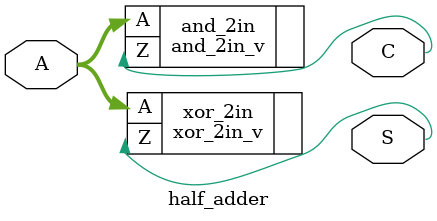
<source format=v>
module half_adder (
  input [1:0] A,
  output S,
  output C
  );

	// RTL Viewer instantiation
  /*
  xor_2in xor_2in(
    .A(A),
    .Z(S)
    );

  and_2in and_2in(
    .A(A),
    .Z(C)
    );
  */
	// modelsim instantiation
  xor_2in_v xor_2in(
    .A(A),
    .Z(S)
    );

  and_2in_v and_2in(
    .A(A),
    .Z(C)
    );

endmodule //half_adder

</source>
